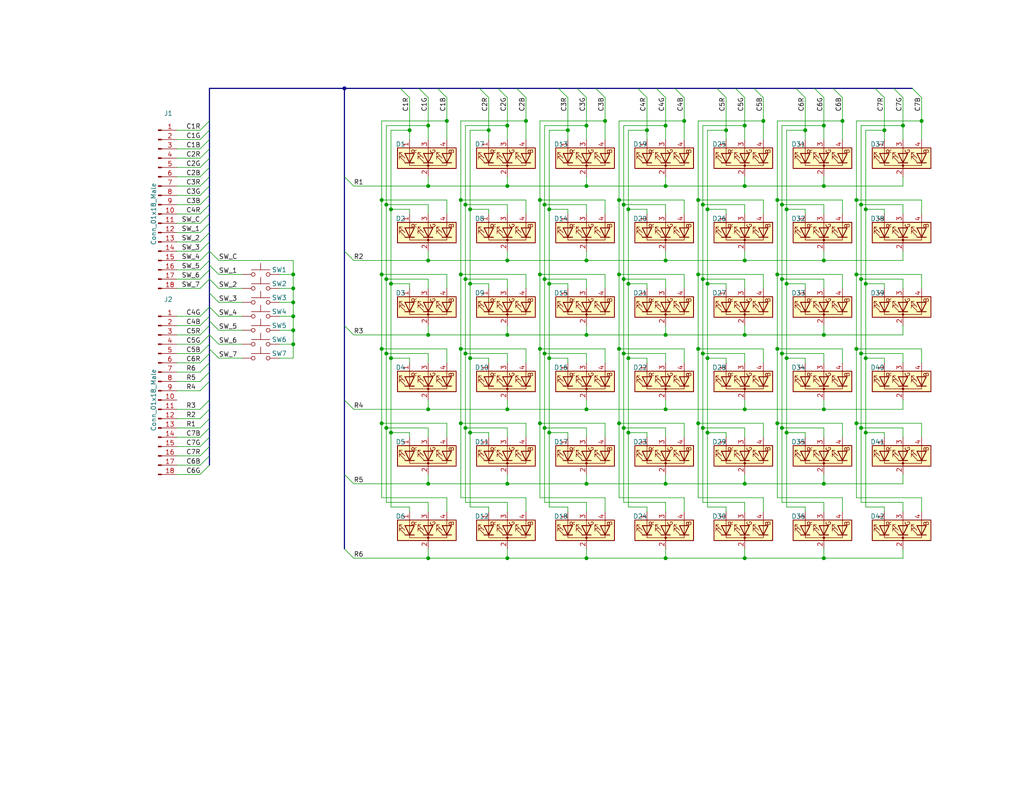
<source format=kicad_sch>
(kicad_sch (version 20210126) (generator eeschema)
  (paper "USLetter")
  (junction (at 80.01 74.93) (diameter 0.9144))
  (junction (at 80.01 78.74) (diameter 0.9144))
  (junction (at 80.01 82.55) (diameter 0.9144))
  (junction (at 80.01 86.36) (diameter 0.9144))
  (junction (at 80.01 90.17) (diameter 0.9144))
  (junction (at 80.01 93.98) (diameter 0.9144))
  (junction (at 104.14 54.61) (diameter 0.9144))
  (junction (at 104.14 74.93) (diameter 0.9144))
  (junction (at 104.14 95.25) (diameter 0.9144))
  (junction (at 104.14 115.57) (diameter 0.9144))
  (junction (at 105.41 55.88) (diameter 0.9144))
  (junction (at 105.41 76.2) (diameter 0.9144))
  (junction (at 105.41 96.52) (diameter 0.9144))
  (junction (at 105.41 116.84) (diameter 0.9144))
  (junction (at 106.68 57.15) (diameter 0.9144))
  (junction (at 106.68 77.47) (diameter 0.9144))
  (junction (at 106.68 97.79) (diameter 0.9144))
  (junction (at 106.68 118.11) (diameter 0.9144))
  (junction (at 111.76 35.56) (diameter 0.9144))
  (junction (at 116.84 34.29) (diameter 0.9144))
  (junction (at 116.84 50.8) (diameter 0.9144))
  (junction (at 116.84 71.12) (diameter 0.9144))
  (junction (at 116.84 91.44) (diameter 0.9144))
  (junction (at 116.84 111.76) (diameter 0.9144))
  (junction (at 116.84 132.08) (diameter 0.9144))
  (junction (at 116.84 152.4) (diameter 0.9144))
  (junction (at 121.92 33.02) (diameter 0.9144))
  (junction (at 125.73 54.61) (diameter 0.9144))
  (junction (at 125.73 74.93) (diameter 0.9144))
  (junction (at 125.73 95.25) (diameter 0.9144))
  (junction (at 125.73 115.57) (diameter 0.9144))
  (junction (at 127 55.88) (diameter 0.9144))
  (junction (at 127 76.2) (diameter 0.9144))
  (junction (at 127 96.52) (diameter 0.9144))
  (junction (at 127 116.84) (diameter 0.9144))
  (junction (at 128.27 57.15) (diameter 0.9144))
  (junction (at 128.27 77.47) (diameter 0.9144))
  (junction (at 128.27 97.79) (diameter 0.9144))
  (junction (at 128.27 118.11) (diameter 0.9144))
  (junction (at 133.35 35.56) (diameter 0.9144))
  (junction (at 138.43 34.29) (diameter 0.9144))
  (junction (at 138.43 50.8) (diameter 0.9144))
  (junction (at 138.43 71.12) (diameter 0.9144))
  (junction (at 138.43 91.44) (diameter 0.9144))
  (junction (at 138.43 111.76) (diameter 0.9144))
  (junction (at 138.43 132.08) (diameter 0.9144))
  (junction (at 138.43 152.4) (diameter 0.9144))
  (junction (at 143.51 33.02) (diameter 0.9144))
  (junction (at 147.32 54.61) (diameter 0.9144))
  (junction (at 147.32 74.93) (diameter 0.9144))
  (junction (at 147.32 95.25) (diameter 0.9144))
  (junction (at 147.32 115.57) (diameter 0.9144))
  (junction (at 148.59 55.88) (diameter 0.9144))
  (junction (at 148.59 76.2) (diameter 0.9144))
  (junction (at 148.59 96.52) (diameter 0.9144))
  (junction (at 148.59 116.84) (diameter 0.9144))
  (junction (at 149.86 57.15) (diameter 0.9144))
  (junction (at 149.86 77.47) (diameter 0.9144))
  (junction (at 149.86 97.79) (diameter 0.9144))
  (junction (at 149.86 118.11) (diameter 0.9144))
  (junction (at 154.94 35.56) (diameter 0.9144))
  (junction (at 160.02 34.29) (diameter 0.9144))
  (junction (at 160.02 50.8) (diameter 0.9144))
  (junction (at 160.02 71.12) (diameter 0.9144))
  (junction (at 160.02 91.44) (diameter 0.9144))
  (junction (at 160.02 111.76) (diameter 0.9144))
  (junction (at 160.02 132.08) (diameter 0.9144))
  (junction (at 160.02 152.4) (diameter 0.9144))
  (junction (at 165.1 33.02) (diameter 0.9144))
  (junction (at 168.91 54.61) (diameter 0.9144))
  (junction (at 168.91 74.93) (diameter 0.9144))
  (junction (at 168.91 95.25) (diameter 0.9144))
  (junction (at 168.91 115.57) (diameter 0.9144))
  (junction (at 170.18 55.88) (diameter 0.9144))
  (junction (at 170.18 76.2) (diameter 0.9144))
  (junction (at 170.18 96.52) (diameter 0.9144))
  (junction (at 170.18 116.84) (diameter 0.9144))
  (junction (at 171.45 57.15) (diameter 0.9144))
  (junction (at 171.45 77.47) (diameter 0.9144))
  (junction (at 171.45 97.79) (diameter 0.9144))
  (junction (at 171.45 118.11) (diameter 0.9144))
  (junction (at 176.53 35.56) (diameter 0.9144))
  (junction (at 181.61 34.29) (diameter 0.9144))
  (junction (at 181.61 50.8) (diameter 0.9144))
  (junction (at 181.61 71.12) (diameter 0.9144))
  (junction (at 181.61 91.44) (diameter 0.9144))
  (junction (at 181.61 111.76) (diameter 0.9144))
  (junction (at 181.61 132.08) (diameter 0.9144))
  (junction (at 181.61 152.4) (diameter 0.9144))
  (junction (at 186.69 33.02) (diameter 0.9144))
  (junction (at 190.5 54.61) (diameter 0.9144))
  (junction (at 190.5 74.93) (diameter 0.9144))
  (junction (at 190.5 95.25) (diameter 0.9144))
  (junction (at 190.5 115.57) (diameter 0.9144))
  (junction (at 191.77 55.88) (diameter 0.9144))
  (junction (at 191.77 76.2) (diameter 0.9144))
  (junction (at 191.77 96.52) (diameter 0.9144))
  (junction (at 191.77 116.84) (diameter 0.9144))
  (junction (at 193.04 57.15) (diameter 0.9144))
  (junction (at 193.04 77.47) (diameter 0.9144))
  (junction (at 193.04 97.79) (diameter 0.9144))
  (junction (at 193.04 118.11) (diameter 0.9144))
  (junction (at 198.12 35.56) (diameter 0.9144))
  (junction (at 203.2 34.29) (diameter 0.9144))
  (junction (at 203.2 50.8) (diameter 0.9144))
  (junction (at 203.2 71.12) (diameter 0.9144))
  (junction (at 203.2 91.44) (diameter 0.9144))
  (junction (at 203.2 111.76) (diameter 0.9144))
  (junction (at 203.2 132.08) (diameter 0.9144))
  (junction (at 203.2 152.4) (diameter 0.9144))
  (junction (at 208.28 33.02) (diameter 0.9144))
  (junction (at 212.09 54.61) (diameter 0.9144))
  (junction (at 212.09 74.93) (diameter 0.9144))
  (junction (at 212.09 95.25) (diameter 0.9144))
  (junction (at 212.09 115.57) (diameter 0.9144))
  (junction (at 213.36 55.88) (diameter 0.9144))
  (junction (at 213.36 76.2) (diameter 0.9144))
  (junction (at 213.36 96.52) (diameter 0.9144))
  (junction (at 213.36 116.84) (diameter 0.9144))
  (junction (at 214.63 57.15) (diameter 0.9144))
  (junction (at 214.63 77.47) (diameter 0.9144))
  (junction (at 214.63 97.79) (diameter 0.9144))
  (junction (at 214.63 118.11) (diameter 0.9144))
  (junction (at 219.71 35.56) (diameter 0.9144))
  (junction (at 224.79 34.29) (diameter 0.9144))
  (junction (at 224.79 50.8) (diameter 0.9144))
  (junction (at 224.79 71.12) (diameter 0.9144))
  (junction (at 224.79 91.44) (diameter 0.9144))
  (junction (at 224.79 111.76) (diameter 0.9144))
  (junction (at 224.79 132.08) (diameter 0.9144))
  (junction (at 224.79 152.4) (diameter 0.9144))
  (junction (at 229.87 33.02) (diameter 0.9144))
  (junction (at 233.68 54.61) (diameter 0.9144))
  (junction (at 233.68 74.93) (diameter 0.9144))
  (junction (at 233.68 95.25) (diameter 0.9144))
  (junction (at 233.68 115.57) (diameter 0.9144))
  (junction (at 234.95 55.88) (diameter 0.9144))
  (junction (at 234.95 76.2) (diameter 0.9144))
  (junction (at 234.95 96.52) (diameter 0.9144))
  (junction (at 234.95 116.84) (diameter 0.9144))
  (junction (at 236.22 57.15) (diameter 0.9144))
  (junction (at 236.22 77.47) (diameter 0.9144))
  (junction (at 236.22 97.79) (diameter 0.9144))
  (junction (at 236.22 118.11) (diameter 0.9144))
  (junction (at 241.3 35.56) (diameter 0.9144))
  (junction (at 246.38 34.29) (diameter 0.9144))
  (junction (at 251.46 33.02) (diameter 0.9144))
  (junction (at 93.98 24.13) (diameter 0.9144))
  (bus_entry (at 57.15 33.02) (size -2.54 2.54) (stroke (width 0.1524)))
  (bus_entry (at 57.15 35.56) (size -2.54 2.54) (stroke (width 0.1524)))
  (bus_entry (at 57.15 38.1) (size -2.54 2.54) (stroke (width 0.1524)))
  (bus_entry (at 57.15 40.64) (size -2.54 2.54) (stroke (width 0.1524)))
  (bus_entry (at 57.15 43.18) (size -2.54 2.54) (stroke (width 0.1524)))
  (bus_entry (at 57.15 45.72) (size -2.54 2.54) (stroke (width 0.1524)))
  (bus_entry (at 57.15 48.26) (size -2.54 2.54) (stroke (width 0.1524)))
  (bus_entry (at 57.15 50.8) (size -2.54 2.54) (stroke (width 0.1524)))
  (bus_entry (at 57.15 53.34) (size -2.54 2.54) (stroke (width 0.1524)))
  (bus_entry (at 57.15 55.88) (size -2.54 2.54) (stroke (width 0.1524)))
  (bus_entry (at 57.15 58.42) (size -2.54 2.54) (stroke (width 0.1524)))
  (bus_entry (at 57.15 60.96) (size -2.54 2.54) (stroke (width 0.1524)))
  (bus_entry (at 57.15 63.5) (size -2.54 2.54) (stroke (width 0.1524)))
  (bus_entry (at 57.15 66.04) (size -2.54 2.54) (stroke (width 0.1524)))
  (bus_entry (at 57.15 68.58) (size -2.54 2.54) (stroke (width 0.1524)))
  (bus_entry (at 57.15 68.58) (size 2.54 2.54) (stroke (width 0.1524)))
  (bus_entry (at 57.15 71.12) (size -2.54 2.54) (stroke (width 0.1524)))
  (bus_entry (at 57.15 72.39) (size 2.54 2.54) (stroke (width 0.1524)))
  (bus_entry (at 57.15 73.66) (size -2.54 2.54) (stroke (width 0.1524)))
  (bus_entry (at 57.15 76.2) (size -2.54 2.54) (stroke (width 0.1524)))
  (bus_entry (at 57.15 76.2) (size 2.54 2.54) (stroke (width 0.1524)))
  (bus_entry (at 57.15 80.01) (size 2.54 2.54) (stroke (width 0.1524)))
  (bus_entry (at 57.15 83.82) (size -2.54 2.54) (stroke (width 0.1524)))
  (bus_entry (at 57.15 83.82) (size 2.54 2.54) (stroke (width 0.1524)))
  (bus_entry (at 57.15 86.36) (size -2.54 2.54) (stroke (width 0.1524)))
  (bus_entry (at 57.15 87.63) (size 2.54 2.54) (stroke (width 0.1524)))
  (bus_entry (at 57.15 88.9) (size -2.54 2.54) (stroke (width 0.1524)))
  (bus_entry (at 57.15 91.44) (size -2.54 2.54) (stroke (width 0.1524)))
  (bus_entry (at 57.15 91.44) (size 2.54 2.54) (stroke (width 0.1524)))
  (bus_entry (at 57.15 93.98) (size -2.54 2.54) (stroke (width 0.1524)))
  (bus_entry (at 57.15 95.25) (size 2.54 2.54) (stroke (width 0.1524)))
  (bus_entry (at 57.15 96.52) (size -2.54 2.54) (stroke (width 0.1524)))
  (bus_entry (at 57.15 99.06) (size -2.54 2.54) (stroke (width 0.1524)))
  (bus_entry (at 57.15 101.6) (size -2.54 2.54) (stroke (width 0.1524)))
  (bus_entry (at 57.15 104.14) (size -2.54 2.54) (stroke (width 0.1524)))
  (bus_entry (at 57.15 109.22) (size -2.54 2.54) (stroke (width 0.1524)))
  (bus_entry (at 57.15 111.76) (size -2.54 2.54) (stroke (width 0.1524)))
  (bus_entry (at 57.15 114.3) (size -2.54 2.54) (stroke (width 0.1524)))
  (bus_entry (at 57.15 116.84) (size -2.54 2.54) (stroke (width 0.1524)))
  (bus_entry (at 57.15 119.38) (size -2.54 2.54) (stroke (width 0.1524)))
  (bus_entry (at 57.15 121.92) (size -2.54 2.54) (stroke (width 0.1524)))
  (bus_entry (at 57.15 124.46) (size -2.54 2.54) (stroke (width 0.1524)))
  (bus_entry (at 57.15 127) (size -2.54 2.54) (stroke (width 0.1524)))
  (bus_entry (at 93.98 48.26) (size 2.54 2.54) (stroke (width 0.1524)))
  (bus_entry (at 93.98 68.58) (size 2.54 2.54) (stroke (width 0.1524)))
  (bus_entry (at 93.98 88.9) (size 2.54 2.54) (stroke (width 0.1524)))
  (bus_entry (at 93.98 109.22) (size 2.54 2.54) (stroke (width 0.1524)))
  (bus_entry (at 93.98 129.54) (size 2.54 2.54) (stroke (width 0.1524)))
  (bus_entry (at 93.98 149.86) (size 2.54 2.54) (stroke (width 0.1524)))
  (bus_entry (at 109.22 24.13) (size 2.54 2.54) (stroke (width 0.1524)))
  (bus_entry (at 114.3 24.13) (size 2.54 2.54) (stroke (width 0.1524)))
  (bus_entry (at 119.38 24.13) (size 2.54 2.54) (stroke (width 0.1524)))
  (bus_entry (at 130.81 24.13) (size 2.54 2.54) (stroke (width 0.1524)))
  (bus_entry (at 135.89 24.13) (size 2.54 2.54) (stroke (width 0.1524)))
  (bus_entry (at 140.97 24.13) (size 2.54 2.54) (stroke (width 0.1524)))
  (bus_entry (at 152.4 24.13) (size 2.54 2.54) (stroke (width 0.1524)))
  (bus_entry (at 157.48 24.13) (size 2.54 2.54) (stroke (width 0.1524)))
  (bus_entry (at 162.56 24.13) (size 2.54 2.54) (stroke (width 0.1524)))
  (bus_entry (at 173.99 24.13) (size 2.54 2.54) (stroke (width 0.1524)))
  (bus_entry (at 179.07 24.13) (size 2.54 2.54) (stroke (width 0.1524)))
  (bus_entry (at 184.15 24.13) (size 2.54 2.54) (stroke (width 0.1524)))
  (bus_entry (at 195.58 24.13) (size 2.54 2.54) (stroke (width 0.1524)))
  (bus_entry (at 200.66 24.13) (size 2.54 2.54) (stroke (width 0.1524)))
  (bus_entry (at 205.74 24.13) (size 2.54 2.54) (stroke (width 0.1524)))
  (bus_entry (at 217.17 24.13) (size 2.54 2.54) (stroke (width 0.1524)))
  (bus_entry (at 222.25 24.13) (size 2.54 2.54) (stroke (width 0.1524)))
  (bus_entry (at 227.33 24.13) (size 2.54 2.54) (stroke (width 0.1524)))
  (bus_entry (at 238.76 24.13) (size 2.54 2.54) (stroke (width 0.1524)))
  (bus_entry (at 243.84 24.13) (size 2.54 2.54) (stroke (width 0.1524)))
  (bus_entry (at 248.92 24.13) (size 2.54 2.54) (stroke (width 0.1524)))
  (wire (pts (xy 48.26 35.56) (xy 54.61 35.56)))
  (wire (pts (xy 48.26 38.1) (xy 54.61 38.1)))
  (wire (pts (xy 48.26 43.18) (xy 54.61 43.18)))
  (wire (pts (xy 48.26 45.72) (xy 54.61 45.72)))
  (wire (pts (xy 48.26 50.8) (xy 54.61 50.8)))
  (wire (pts (xy 48.26 53.34) (xy 54.61 53.34)))
  (wire (pts (xy 48.26 58.42) (xy 54.61 58.42)))
  (wire (pts (xy 48.26 60.96) (xy 54.61 60.96)))
  (wire (pts (xy 48.26 63.5) (xy 54.61 63.5)))
  (wire (pts (xy 48.26 66.04) (xy 54.61 66.04)))
  (wire (pts (xy 48.26 68.58) (xy 54.61 68.58)))
  (wire (pts (xy 48.26 71.12) (xy 54.61 71.12)))
  (wire (pts (xy 48.26 73.66) (xy 54.61 73.66)))
  (wire (pts (xy 48.26 76.2) (xy 54.61 76.2)))
  (wire (pts (xy 48.26 78.74) (xy 54.61 78.74)))
  (wire (pts (xy 48.26 86.36) (xy 54.61 86.36)))
  (wire (pts (xy 48.26 91.44) (xy 54.61 91.44)))
  (wire (pts (xy 48.26 93.98) (xy 54.61 93.98)))
  (wire (pts (xy 48.26 99.06) (xy 54.61 99.06)))
  (wire (pts (xy 48.26 101.6) (xy 54.61 101.6)))
  (wire (pts (xy 48.26 104.14) (xy 54.61 104.14)))
  (wire (pts (xy 48.26 106.68) (xy 54.61 106.68)))
  (wire (pts (xy 48.26 111.76) (xy 54.61 111.76)))
  (wire (pts (xy 48.26 114.3) (xy 54.61 114.3)))
  (wire (pts (xy 48.26 116.84) (xy 54.61 116.84)))
  (wire (pts (xy 48.26 119.38) (xy 54.61 119.38)))
  (wire (pts (xy 48.26 127) (xy 54.61 127)))
  (wire (pts (xy 48.26 129.54) (xy 54.61 129.54)))
  (wire (pts (xy 54.61 40.64) (xy 48.26 40.64)))
  (wire (pts (xy 54.61 48.26) (xy 48.26 48.26)))
  (wire (pts (xy 54.61 55.88) (xy 48.26 55.88)))
  (wire (pts (xy 54.61 88.9) (xy 48.26 88.9)))
  (wire (pts (xy 54.61 96.52) (xy 48.26 96.52)))
  (wire (pts (xy 54.61 121.92) (xy 48.26 121.92)))
  (wire (pts (xy 54.61 124.46) (xy 48.26 124.46)))
  (wire (pts (xy 59.69 71.12) (xy 80.01 71.12)))
  (wire (pts (xy 59.69 78.74) (xy 66.04 78.74)))
  (wire (pts (xy 59.69 86.36) (xy 66.04 86.36)))
  (wire (pts (xy 59.69 93.98) (xy 66.04 93.98)))
  (wire (pts (xy 66.04 74.93) (xy 59.69 74.93)))
  (wire (pts (xy 66.04 82.55) (xy 59.69 82.55)))
  (wire (pts (xy 66.04 90.17) (xy 59.69 90.17)))
  (wire (pts (xy 66.04 97.79) (xy 59.69 97.79)))
  (wire (pts (xy 76.2 74.93) (xy 80.01 74.93)))
  (wire (pts (xy 76.2 82.55) (xy 80.01 82.55)))
  (wire (pts (xy 76.2 86.36) (xy 80.01 86.36)))
  (wire (pts (xy 76.2 90.17) (xy 80.01 90.17)))
  (wire (pts (xy 76.2 93.98) (xy 80.01 93.98)))
  (wire (pts (xy 76.2 97.79) (xy 80.01 97.79)))
  (wire (pts (xy 80.01 71.12) (xy 80.01 74.93)))
  (wire (pts (xy 80.01 74.93) (xy 80.01 78.74)))
  (wire (pts (xy 80.01 78.74) (xy 76.2 78.74)))
  (wire (pts (xy 80.01 82.55) (xy 80.01 78.74)))
  (wire (pts (xy 80.01 86.36) (xy 80.01 82.55)))
  (wire (pts (xy 80.01 90.17) (xy 80.01 86.36)))
  (wire (pts (xy 80.01 93.98) (xy 80.01 90.17)))
  (wire (pts (xy 80.01 97.79) (xy 80.01 93.98)))
  (wire (pts (xy 96.52 50.8) (xy 116.84 50.8)))
  (wire (pts (xy 96.52 71.12) (xy 116.84 71.12)))
  (wire (pts (xy 96.52 91.44) (xy 116.84 91.44)))
  (wire (pts (xy 96.52 111.76) (xy 116.84 111.76)))
  (wire (pts (xy 96.52 132.08) (xy 116.84 132.08)))
  (wire (pts (xy 96.52 152.4) (xy 116.84 152.4)))
  (wire (pts (xy 104.14 33.02) (xy 121.92 33.02)))
  (wire (pts (xy 104.14 54.61) (xy 104.14 33.02)))
  (wire (pts (xy 104.14 74.93) (xy 104.14 54.61)))
  (wire (pts (xy 104.14 95.25) (xy 104.14 74.93)))
  (wire (pts (xy 104.14 115.57) (xy 104.14 95.25)))
  (wire (pts (xy 104.14 135.89) (xy 104.14 115.57)))
  (wire (pts (xy 105.41 34.29) (xy 105.41 55.88)))
  (wire (pts (xy 105.41 55.88) (xy 105.41 76.2)))
  (wire (pts (xy 105.41 55.88) (xy 116.84 55.88)))
  (wire (pts (xy 105.41 76.2) (xy 105.41 96.52)))
  (wire (pts (xy 105.41 76.2) (xy 116.84 76.2)))
  (wire (pts (xy 105.41 96.52) (xy 105.41 116.84)))
  (wire (pts (xy 105.41 96.52) (xy 116.84 96.52)))
  (wire (pts (xy 105.41 116.84) (xy 105.41 137.16)))
  (wire (pts (xy 105.41 116.84) (xy 116.84 116.84)))
  (wire (pts (xy 105.41 137.16) (xy 116.84 137.16)))
  (wire (pts (xy 106.68 35.56) (xy 106.68 57.15)))
  (wire (pts (xy 106.68 57.15) (xy 106.68 77.47)))
  (wire (pts (xy 106.68 57.15) (xy 111.76 57.15)))
  (wire (pts (xy 106.68 77.47) (xy 106.68 97.79)))
  (wire (pts (xy 106.68 77.47) (xy 111.76 77.47)))
  (wire (pts (xy 106.68 97.79) (xy 106.68 118.11)))
  (wire (pts (xy 106.68 97.79) (xy 111.76 97.79)))
  (wire (pts (xy 106.68 118.11) (xy 106.68 138.43)))
  (wire (pts (xy 106.68 118.11) (xy 111.76 118.11)))
  (wire (pts (xy 106.68 138.43) (xy 111.76 138.43)))
  (wire (pts (xy 111.76 26.67) (xy 111.76 35.56)))
  (wire (pts (xy 111.76 35.56) (xy 106.68 35.56)))
  (wire (pts (xy 111.76 35.56) (xy 111.76 38.1)))
  (wire (pts (xy 111.76 57.15) (xy 111.76 58.42)))
  (wire (pts (xy 111.76 77.47) (xy 111.76 78.74)))
  (wire (pts (xy 111.76 97.79) (xy 111.76 99.06)))
  (wire (pts (xy 111.76 118.11) (xy 111.76 119.38)))
  (wire (pts (xy 111.76 138.43) (xy 111.76 139.7)))
  (wire (pts (xy 116.84 26.67) (xy 116.84 34.29)))
  (wire (pts (xy 116.84 34.29) (xy 105.41 34.29)))
  (wire (pts (xy 116.84 34.29) (xy 116.84 38.1)))
  (wire (pts (xy 116.84 50.8) (xy 116.84 48.26)))
  (wire (pts (xy 116.84 50.8) (xy 138.43 50.8)))
  (wire (pts (xy 116.84 55.88) (xy 116.84 58.42)))
  (wire (pts (xy 116.84 71.12) (xy 116.84 68.58)))
  (wire (pts (xy 116.84 71.12) (xy 138.43 71.12)))
  (wire (pts (xy 116.84 76.2) (xy 116.84 78.74)))
  (wire (pts (xy 116.84 91.44) (xy 116.84 88.9)))
  (wire (pts (xy 116.84 96.52) (xy 116.84 99.06)))
  (wire (pts (xy 116.84 111.76) (xy 116.84 109.22)))
  (wire (pts (xy 116.84 111.76) (xy 138.43 111.76)))
  (wire (pts (xy 116.84 116.84) (xy 116.84 119.38)))
  (wire (pts (xy 116.84 132.08) (xy 116.84 129.54)))
  (wire (pts (xy 116.84 137.16) (xy 116.84 139.7)))
  (wire (pts (xy 116.84 152.4) (xy 116.84 149.86)))
  (wire (pts (xy 116.84 152.4) (xy 138.43 152.4)))
  (wire (pts (xy 121.92 26.67) (xy 121.92 33.02)))
  (wire (pts (xy 121.92 33.02) (xy 121.92 38.1)))
  (wire (pts (xy 121.92 54.61) (xy 104.14 54.61)))
  (wire (pts (xy 121.92 58.42) (xy 121.92 54.61)))
  (wire (pts (xy 121.92 74.93) (xy 104.14 74.93)))
  (wire (pts (xy 121.92 78.74) (xy 121.92 74.93)))
  (wire (pts (xy 121.92 95.25) (xy 104.14 95.25)))
  (wire (pts (xy 121.92 99.06) (xy 121.92 95.25)))
  (wire (pts (xy 121.92 115.57) (xy 104.14 115.57)))
  (wire (pts (xy 121.92 119.38) (xy 121.92 115.57)))
  (wire (pts (xy 121.92 135.89) (xy 104.14 135.89)))
  (wire (pts (xy 121.92 139.7) (xy 121.92 135.89)))
  (wire (pts (xy 125.73 33.02) (xy 143.51 33.02)))
  (wire (pts (xy 125.73 54.61) (xy 125.73 33.02)))
  (wire (pts (xy 125.73 74.93) (xy 125.73 54.61)))
  (wire (pts (xy 125.73 95.25) (xy 125.73 74.93)))
  (wire (pts (xy 125.73 115.57) (xy 125.73 95.25)))
  (wire (pts (xy 125.73 135.89) (xy 125.73 115.57)))
  (wire (pts (xy 127 34.29) (xy 127 55.88)))
  (wire (pts (xy 127 55.88) (xy 127 76.2)))
  (wire (pts (xy 127 55.88) (xy 138.43 55.88)))
  (wire (pts (xy 127 76.2) (xy 127 96.52)))
  (wire (pts (xy 127 76.2) (xy 138.43 76.2)))
  (wire (pts (xy 127 96.52) (xy 127 116.84)))
  (wire (pts (xy 127 96.52) (xy 138.43 96.52)))
  (wire (pts (xy 127 116.84) (xy 127 137.16)))
  (wire (pts (xy 127 116.84) (xy 138.43 116.84)))
  (wire (pts (xy 127 137.16) (xy 138.43 137.16)))
  (wire (pts (xy 128.27 35.56) (xy 128.27 57.15)))
  (wire (pts (xy 128.27 57.15) (xy 128.27 77.47)))
  (wire (pts (xy 128.27 57.15) (xy 133.35 57.15)))
  (wire (pts (xy 128.27 77.47) (xy 128.27 97.79)))
  (wire (pts (xy 128.27 77.47) (xy 133.35 77.47)))
  (wire (pts (xy 128.27 97.79) (xy 128.27 118.11)))
  (wire (pts (xy 128.27 97.79) (xy 133.35 97.79)))
  (wire (pts (xy 128.27 118.11) (xy 128.27 138.43)))
  (wire (pts (xy 128.27 118.11) (xy 133.35 118.11)))
  (wire (pts (xy 128.27 138.43) (xy 133.35 138.43)))
  (wire (pts (xy 133.35 26.67) (xy 133.35 35.56)))
  (wire (pts (xy 133.35 35.56) (xy 128.27 35.56)))
  (wire (pts (xy 133.35 35.56) (xy 133.35 38.1)))
  (wire (pts (xy 133.35 57.15) (xy 133.35 58.42)))
  (wire (pts (xy 133.35 77.47) (xy 133.35 78.74)))
  (wire (pts (xy 133.35 97.79) (xy 133.35 99.06)))
  (wire (pts (xy 133.35 118.11) (xy 133.35 119.38)))
  (wire (pts (xy 133.35 138.43) (xy 133.35 139.7)))
  (wire (pts (xy 138.43 26.67) (xy 138.43 34.29)))
  (wire (pts (xy 138.43 34.29) (xy 127 34.29)))
  (wire (pts (xy 138.43 34.29) (xy 138.43 38.1)))
  (wire (pts (xy 138.43 50.8) (xy 138.43 48.26)))
  (wire (pts (xy 138.43 50.8) (xy 160.02 50.8)))
  (wire (pts (xy 138.43 55.88) (xy 138.43 58.42)))
  (wire (pts (xy 138.43 71.12) (xy 138.43 68.58)))
  (wire (pts (xy 138.43 71.12) (xy 160.02 71.12)))
  (wire (pts (xy 138.43 76.2) (xy 138.43 78.74)))
  (wire (pts (xy 138.43 91.44) (xy 116.84 91.44)))
  (wire (pts (xy 138.43 91.44) (xy 138.43 88.9)))
  (wire (pts (xy 138.43 96.52) (xy 138.43 99.06)))
  (wire (pts (xy 138.43 111.76) (xy 138.43 109.22)))
  (wire (pts (xy 138.43 111.76) (xy 160.02 111.76)))
  (wire (pts (xy 138.43 116.84) (xy 138.43 119.38)))
  (wire (pts (xy 138.43 132.08) (xy 116.84 132.08)))
  (wire (pts (xy 138.43 132.08) (xy 138.43 129.54)))
  (wire (pts (xy 138.43 137.16) (xy 138.43 139.7)))
  (wire (pts (xy 138.43 152.4) (xy 138.43 149.86)))
  (wire (pts (xy 138.43 152.4) (xy 160.02 152.4)))
  (wire (pts (xy 143.51 26.67) (xy 143.51 33.02)))
  (wire (pts (xy 143.51 33.02) (xy 143.51 38.1)))
  (wire (pts (xy 143.51 54.61) (xy 125.73 54.61)))
  (wire (pts (xy 143.51 58.42) (xy 143.51 54.61)))
  (wire (pts (xy 143.51 74.93) (xy 125.73 74.93)))
  (wire (pts (xy 143.51 78.74) (xy 143.51 74.93)))
  (wire (pts (xy 143.51 95.25) (xy 125.73 95.25)))
  (wire (pts (xy 143.51 99.06) (xy 143.51 95.25)))
  (wire (pts (xy 143.51 115.57) (xy 125.73 115.57)))
  (wire (pts (xy 143.51 119.38) (xy 143.51 115.57)))
  (wire (pts (xy 143.51 135.89) (xy 125.73 135.89)))
  (wire (pts (xy 143.51 139.7) (xy 143.51 135.89)))
  (wire (pts (xy 147.32 33.02) (xy 165.1 33.02)))
  (wire (pts (xy 147.32 54.61) (xy 147.32 33.02)))
  (wire (pts (xy 147.32 74.93) (xy 147.32 54.61)))
  (wire (pts (xy 147.32 95.25) (xy 147.32 74.93)))
  (wire (pts (xy 147.32 115.57) (xy 147.32 95.25)))
  (wire (pts (xy 147.32 135.89) (xy 147.32 115.57)))
  (wire (pts (xy 148.59 34.29) (xy 148.59 55.88)))
  (wire (pts (xy 148.59 55.88) (xy 148.59 76.2)))
  (wire (pts (xy 148.59 55.88) (xy 160.02 55.88)))
  (wire (pts (xy 148.59 76.2) (xy 148.59 96.52)))
  (wire (pts (xy 148.59 76.2) (xy 160.02 76.2)))
  (wire (pts (xy 148.59 96.52) (xy 148.59 116.84)))
  (wire (pts (xy 148.59 96.52) (xy 160.02 96.52)))
  (wire (pts (xy 148.59 116.84) (xy 148.59 137.16)))
  (wire (pts (xy 148.59 116.84) (xy 160.02 116.84)))
  (wire (pts (xy 148.59 137.16) (xy 160.02 137.16)))
  (wire (pts (xy 149.86 35.56) (xy 149.86 57.15)))
  (wire (pts (xy 149.86 57.15) (xy 149.86 77.47)))
  (wire (pts (xy 149.86 57.15) (xy 154.94 57.15)))
  (wire (pts (xy 149.86 77.47) (xy 149.86 97.79)))
  (wire (pts (xy 149.86 77.47) (xy 154.94 77.47)))
  (wire (pts (xy 149.86 97.79) (xy 149.86 118.11)))
  (wire (pts (xy 149.86 97.79) (xy 154.94 97.79)))
  (wire (pts (xy 149.86 118.11) (xy 149.86 138.43)))
  (wire (pts (xy 149.86 118.11) (xy 154.94 118.11)))
  (wire (pts (xy 149.86 138.43) (xy 154.94 138.43)))
  (wire (pts (xy 154.94 26.67) (xy 154.94 35.56)))
  (wire (pts (xy 154.94 35.56) (xy 149.86 35.56)))
  (wire (pts (xy 154.94 35.56) (xy 154.94 38.1)))
  (wire (pts (xy 154.94 57.15) (xy 154.94 58.42)))
  (wire (pts (xy 154.94 77.47) (xy 154.94 78.74)))
  (wire (pts (xy 154.94 97.79) (xy 154.94 99.06)))
  (wire (pts (xy 154.94 118.11) (xy 154.94 119.38)))
  (wire (pts (xy 154.94 138.43) (xy 154.94 139.7)))
  (wire (pts (xy 160.02 26.67) (xy 160.02 34.29)))
  (wire (pts (xy 160.02 34.29) (xy 148.59 34.29)))
  (wire (pts (xy 160.02 34.29) (xy 160.02 38.1)))
  (wire (pts (xy 160.02 50.8) (xy 160.02 48.26)))
  (wire (pts (xy 160.02 50.8) (xy 181.61 50.8)))
  (wire (pts (xy 160.02 55.88) (xy 160.02 58.42)))
  (wire (pts (xy 160.02 71.12) (xy 160.02 68.58)))
  (wire (pts (xy 160.02 71.12) (xy 181.61 71.12)))
  (wire (pts (xy 160.02 76.2) (xy 160.02 78.74)))
  (wire (pts (xy 160.02 91.44) (xy 138.43 91.44)))
  (wire (pts (xy 160.02 91.44) (xy 160.02 88.9)))
  (wire (pts (xy 160.02 96.52) (xy 160.02 99.06)))
  (wire (pts (xy 160.02 111.76) (xy 160.02 109.22)))
  (wire (pts (xy 160.02 111.76) (xy 181.61 111.76)))
  (wire (pts (xy 160.02 116.84) (xy 160.02 119.38)))
  (wire (pts (xy 160.02 132.08) (xy 138.43 132.08)))
  (wire (pts (xy 160.02 132.08) (xy 160.02 129.54)))
  (wire (pts (xy 160.02 137.16) (xy 160.02 139.7)))
  (wire (pts (xy 160.02 152.4) (xy 160.02 149.86)))
  (wire (pts (xy 160.02 152.4) (xy 181.61 152.4)))
  (wire (pts (xy 165.1 26.67) (xy 165.1 33.02)))
  (wire (pts (xy 165.1 33.02) (xy 165.1 38.1)))
  (wire (pts (xy 165.1 54.61) (xy 147.32 54.61)))
  (wire (pts (xy 165.1 58.42) (xy 165.1 54.61)))
  (wire (pts (xy 165.1 74.93) (xy 147.32 74.93)))
  (wire (pts (xy 165.1 78.74) (xy 165.1 74.93)))
  (wire (pts (xy 165.1 95.25) (xy 147.32 95.25)))
  (wire (pts (xy 165.1 99.06) (xy 165.1 95.25)))
  (wire (pts (xy 165.1 115.57) (xy 147.32 115.57)))
  (wire (pts (xy 165.1 119.38) (xy 165.1 115.57)))
  (wire (pts (xy 165.1 135.89) (xy 147.32 135.89)))
  (wire (pts (xy 165.1 139.7) (xy 165.1 135.89)))
  (wire (pts (xy 168.91 33.02) (xy 186.69 33.02)))
  (wire (pts (xy 168.91 54.61) (xy 168.91 33.02)))
  (wire (pts (xy 168.91 74.93) (xy 168.91 54.61)))
  (wire (pts (xy 168.91 95.25) (xy 168.91 74.93)))
  (wire (pts (xy 168.91 115.57) (xy 168.91 95.25)))
  (wire (pts (xy 168.91 135.89) (xy 168.91 115.57)))
  (wire (pts (xy 170.18 34.29) (xy 170.18 55.88)))
  (wire (pts (xy 170.18 55.88) (xy 170.18 76.2)))
  (wire (pts (xy 170.18 55.88) (xy 181.61 55.88)))
  (wire (pts (xy 170.18 76.2) (xy 170.18 96.52)))
  (wire (pts (xy 170.18 76.2) (xy 181.61 76.2)))
  (wire (pts (xy 170.18 96.52) (xy 170.18 116.84)))
  (wire (pts (xy 170.18 96.52) (xy 181.61 96.52)))
  (wire (pts (xy 170.18 116.84) (xy 170.18 137.16)))
  (wire (pts (xy 170.18 116.84) (xy 181.61 116.84)))
  (wire (pts (xy 170.18 137.16) (xy 181.61 137.16)))
  (wire (pts (xy 171.45 35.56) (xy 171.45 57.15)))
  (wire (pts (xy 171.45 57.15) (xy 171.45 77.47)))
  (wire (pts (xy 171.45 57.15) (xy 176.53 57.15)))
  (wire (pts (xy 171.45 77.47) (xy 171.45 97.79)))
  (wire (pts (xy 171.45 77.47) (xy 176.53 77.47)))
  (wire (pts (xy 171.45 97.79) (xy 171.45 118.11)))
  (wire (pts (xy 171.45 97.79) (xy 176.53 97.79)))
  (wire (pts (xy 171.45 118.11) (xy 171.45 138.43)))
  (wire (pts (xy 171.45 118.11) (xy 176.53 118.11)))
  (wire (pts (xy 171.45 138.43) (xy 176.53 138.43)))
  (wire (pts (xy 176.53 26.67) (xy 176.53 35.56)))
  (wire (pts (xy 176.53 35.56) (xy 171.45 35.56)))
  (wire (pts (xy 176.53 35.56) (xy 176.53 38.1)))
  (wire (pts (xy 176.53 57.15) (xy 176.53 58.42)))
  (wire (pts (xy 176.53 77.47) (xy 176.53 78.74)))
  (wire (pts (xy 176.53 97.79) (xy 176.53 99.06)))
  (wire (pts (xy 176.53 118.11) (xy 176.53 119.38)))
  (wire (pts (xy 176.53 138.43) (xy 176.53 139.7)))
  (wire (pts (xy 181.61 26.67) (xy 181.61 34.29)))
  (wire (pts (xy 181.61 34.29) (xy 170.18 34.29)))
  (wire (pts (xy 181.61 34.29) (xy 181.61 38.1)))
  (wire (pts (xy 181.61 50.8) (xy 181.61 48.26)))
  (wire (pts (xy 181.61 50.8) (xy 203.2 50.8)))
  (wire (pts (xy 181.61 55.88) (xy 181.61 58.42)))
  (wire (pts (xy 181.61 71.12) (xy 181.61 68.58)))
  (wire (pts (xy 181.61 71.12) (xy 203.2 71.12)))
  (wire (pts (xy 181.61 76.2) (xy 181.61 78.74)))
  (wire (pts (xy 181.61 91.44) (xy 160.02 91.44)))
  (wire (pts (xy 181.61 91.44) (xy 181.61 88.9)))
  (wire (pts (xy 181.61 96.52) (xy 181.61 99.06)))
  (wire (pts (xy 181.61 111.76) (xy 181.61 109.22)))
  (wire (pts (xy 181.61 111.76) (xy 203.2 111.76)))
  (wire (pts (xy 181.61 116.84) (xy 181.61 119.38)))
  (wire (pts (xy 181.61 132.08) (xy 160.02 132.08)))
  (wire (pts (xy 181.61 132.08) (xy 181.61 129.54)))
  (wire (pts (xy 181.61 137.16) (xy 181.61 139.7)))
  (wire (pts (xy 181.61 152.4) (xy 181.61 149.86)))
  (wire (pts (xy 181.61 152.4) (xy 203.2 152.4)))
  (wire (pts (xy 186.69 26.67) (xy 186.69 33.02)))
  (wire (pts (xy 186.69 33.02) (xy 186.69 38.1)))
  (wire (pts (xy 186.69 54.61) (xy 168.91 54.61)))
  (wire (pts (xy 186.69 58.42) (xy 186.69 54.61)))
  (wire (pts (xy 186.69 74.93) (xy 168.91 74.93)))
  (wire (pts (xy 186.69 78.74) (xy 186.69 74.93)))
  (wire (pts (xy 186.69 95.25) (xy 168.91 95.25)))
  (wire (pts (xy 186.69 99.06) (xy 186.69 95.25)))
  (wire (pts (xy 186.69 115.57) (xy 168.91 115.57)))
  (wire (pts (xy 186.69 119.38) (xy 186.69 115.57)))
  (wire (pts (xy 186.69 135.89) (xy 168.91 135.89)))
  (wire (pts (xy 186.69 139.7) (xy 186.69 135.89)))
  (wire (pts (xy 190.5 33.02) (xy 208.28 33.02)))
  (wire (pts (xy 190.5 54.61) (xy 190.5 33.02)))
  (wire (pts (xy 190.5 74.93) (xy 190.5 54.61)))
  (wire (pts (xy 190.5 95.25) (xy 190.5 74.93)))
  (wire (pts (xy 190.5 115.57) (xy 190.5 95.25)))
  (wire (pts (xy 190.5 135.89) (xy 190.5 115.57)))
  (wire (pts (xy 191.77 34.29) (xy 191.77 55.88)))
  (wire (pts (xy 191.77 55.88) (xy 191.77 76.2)))
  (wire (pts (xy 191.77 55.88) (xy 203.2 55.88)))
  (wire (pts (xy 191.77 76.2) (xy 191.77 96.52)))
  (wire (pts (xy 191.77 76.2) (xy 203.2 76.2)))
  (wire (pts (xy 191.77 96.52) (xy 191.77 116.84)))
  (wire (pts (xy 191.77 96.52) (xy 203.2 96.52)))
  (wire (pts (xy 191.77 116.84) (xy 191.77 137.16)))
  (wire (pts (xy 191.77 116.84) (xy 203.2 116.84)))
  (wire (pts (xy 191.77 137.16) (xy 203.2 137.16)))
  (wire (pts (xy 193.04 35.56) (xy 193.04 57.15)))
  (wire (pts (xy 193.04 57.15) (xy 193.04 77.47)))
  (wire (pts (xy 193.04 57.15) (xy 198.12 57.15)))
  (wire (pts (xy 193.04 77.47) (xy 193.04 97.79)))
  (wire (pts (xy 193.04 77.47) (xy 198.12 77.47)))
  (wire (pts (xy 193.04 97.79) (xy 193.04 118.11)))
  (wire (pts (xy 193.04 97.79) (xy 198.12 97.79)))
  (wire (pts (xy 193.04 118.11) (xy 193.04 138.43)))
  (wire (pts (xy 193.04 118.11) (xy 198.12 118.11)))
  (wire (pts (xy 193.04 138.43) (xy 198.12 138.43)))
  (wire (pts (xy 198.12 26.67) (xy 198.12 35.56)))
  (wire (pts (xy 198.12 35.56) (xy 193.04 35.56)))
  (wire (pts (xy 198.12 35.56) (xy 198.12 38.1)))
  (wire (pts (xy 198.12 57.15) (xy 198.12 58.42)))
  (wire (pts (xy 198.12 77.47) (xy 198.12 78.74)))
  (wire (pts (xy 198.12 97.79) (xy 198.12 99.06)))
  (wire (pts (xy 198.12 118.11) (xy 198.12 119.38)))
  (wire (pts (xy 198.12 138.43) (xy 198.12 139.7)))
  (wire (pts (xy 203.2 26.67) (xy 203.2 34.29)))
  (wire (pts (xy 203.2 34.29) (xy 191.77 34.29)))
  (wire (pts (xy 203.2 34.29) (xy 203.2 38.1)))
  (wire (pts (xy 203.2 50.8) (xy 203.2 48.26)))
  (wire (pts (xy 203.2 50.8) (xy 224.79 50.8)))
  (wire (pts (xy 203.2 55.88) (xy 203.2 58.42)))
  (wire (pts (xy 203.2 71.12) (xy 203.2 68.58)))
  (wire (pts (xy 203.2 71.12) (xy 224.79 71.12)))
  (wire (pts (xy 203.2 76.2) (xy 203.2 78.74)))
  (wire (pts (xy 203.2 91.44) (xy 181.61 91.44)))
  (wire (pts (xy 203.2 91.44) (xy 203.2 88.9)))
  (wire (pts (xy 203.2 96.52) (xy 203.2 99.06)))
  (wire (pts (xy 203.2 111.76) (xy 203.2 109.22)))
  (wire (pts (xy 203.2 111.76) (xy 224.79 111.76)))
  (wire (pts (xy 203.2 116.84) (xy 203.2 119.38)))
  (wire (pts (xy 203.2 132.08) (xy 181.61 132.08)))
  (wire (pts (xy 203.2 132.08) (xy 203.2 129.54)))
  (wire (pts (xy 203.2 137.16) (xy 203.2 139.7)))
  (wire (pts (xy 203.2 152.4) (xy 203.2 149.86)))
  (wire (pts (xy 203.2 152.4) (xy 224.79 152.4)))
  (wire (pts (xy 208.28 26.67) (xy 208.28 33.02)))
  (wire (pts (xy 208.28 33.02) (xy 208.28 38.1)))
  (wire (pts (xy 208.28 54.61) (xy 190.5 54.61)))
  (wire (pts (xy 208.28 58.42) (xy 208.28 54.61)))
  (wire (pts (xy 208.28 74.93) (xy 190.5 74.93)))
  (wire (pts (xy 208.28 78.74) (xy 208.28 74.93)))
  (wire (pts (xy 208.28 95.25) (xy 190.5 95.25)))
  (wire (pts (xy 208.28 99.06) (xy 208.28 95.25)))
  (wire (pts (xy 208.28 115.57) (xy 190.5 115.57)))
  (wire (pts (xy 208.28 119.38) (xy 208.28 115.57)))
  (wire (pts (xy 208.28 135.89) (xy 190.5 135.89)))
  (wire (pts (xy 208.28 139.7) (xy 208.28 135.89)))
  (wire (pts (xy 212.09 33.02) (xy 229.87 33.02)))
  (wire (pts (xy 212.09 54.61) (xy 212.09 33.02)))
  (wire (pts (xy 212.09 74.93) (xy 212.09 54.61)))
  (wire (pts (xy 212.09 95.25) (xy 212.09 74.93)))
  (wire (pts (xy 212.09 115.57) (xy 212.09 95.25)))
  (wire (pts (xy 212.09 135.89) (xy 212.09 115.57)))
  (wire (pts (xy 213.36 34.29) (xy 213.36 55.88)))
  (wire (pts (xy 213.36 55.88) (xy 213.36 76.2)))
  (wire (pts (xy 213.36 55.88) (xy 224.79 55.88)))
  (wire (pts (xy 213.36 76.2) (xy 213.36 96.52)))
  (wire (pts (xy 213.36 76.2) (xy 224.79 76.2)))
  (wire (pts (xy 213.36 96.52) (xy 213.36 116.84)))
  (wire (pts (xy 213.36 96.52) (xy 224.79 96.52)))
  (wire (pts (xy 213.36 116.84) (xy 213.36 137.16)))
  (wire (pts (xy 213.36 116.84) (xy 224.79 116.84)))
  (wire (pts (xy 213.36 137.16) (xy 224.79 137.16)))
  (wire (pts (xy 214.63 35.56) (xy 214.63 57.15)))
  (wire (pts (xy 214.63 57.15) (xy 214.63 77.47)))
  (wire (pts (xy 214.63 57.15) (xy 219.71 57.15)))
  (wire (pts (xy 214.63 77.47) (xy 214.63 97.79)))
  (wire (pts (xy 214.63 77.47) (xy 219.71 77.47)))
  (wire (pts (xy 214.63 97.79) (xy 214.63 118.11)))
  (wire (pts (xy 214.63 97.79) (xy 219.71 97.79)))
  (wire (pts (xy 214.63 118.11) (xy 214.63 138.43)))
  (wire (pts (xy 214.63 118.11) (xy 219.71 118.11)))
  (wire (pts (xy 214.63 138.43) (xy 219.71 138.43)))
  (wire (pts (xy 219.71 26.67) (xy 219.71 35.56)))
  (wire (pts (xy 219.71 35.56) (xy 214.63 35.56)))
  (wire (pts (xy 219.71 35.56) (xy 219.71 38.1)))
  (wire (pts (xy 219.71 57.15) (xy 219.71 58.42)))
  (wire (pts (xy 219.71 77.47) (xy 219.71 78.74)))
  (wire (pts (xy 219.71 97.79) (xy 219.71 99.06)))
  (wire (pts (xy 219.71 118.11) (xy 219.71 119.38)))
  (wire (pts (xy 219.71 138.43) (xy 219.71 139.7)))
  (wire (pts (xy 224.79 26.67) (xy 224.79 34.29)))
  (wire (pts (xy 224.79 34.29) (xy 213.36 34.29)))
  (wire (pts (xy 224.79 34.29) (xy 224.79 38.1)))
  (wire (pts (xy 224.79 50.8) (xy 224.79 48.26)))
  (wire (pts (xy 224.79 50.8) (xy 246.38 50.8)))
  (wire (pts (xy 224.79 55.88) (xy 224.79 58.42)))
  (wire (pts (xy 224.79 71.12) (xy 224.79 68.58)))
  (wire (pts (xy 224.79 71.12) (xy 246.38 71.12)))
  (wire (pts (xy 224.79 76.2) (xy 224.79 78.74)))
  (wire (pts (xy 224.79 91.44) (xy 203.2 91.44)))
  (wire (pts (xy 224.79 91.44) (xy 224.79 88.9)))
  (wire (pts (xy 224.79 96.52) (xy 224.79 99.06)))
  (wire (pts (xy 224.79 111.76) (xy 224.79 109.22)))
  (wire (pts (xy 224.79 111.76) (xy 246.38 111.76)))
  (wire (pts (xy 224.79 116.84) (xy 224.79 119.38)))
  (wire (pts (xy 224.79 132.08) (xy 203.2 132.08)))
  (wire (pts (xy 224.79 132.08) (xy 224.79 129.54)))
  (wire (pts (xy 224.79 137.16) (xy 224.79 139.7)))
  (wire (pts (xy 224.79 152.4) (xy 224.79 149.86)))
  (wire (pts (xy 224.79 152.4) (xy 246.38 152.4)))
  (wire (pts (xy 229.87 26.67) (xy 229.87 33.02)))
  (wire (pts (xy 229.87 33.02) (xy 229.87 38.1)))
  (wire (pts (xy 229.87 54.61) (xy 212.09 54.61)))
  (wire (pts (xy 229.87 58.42) (xy 229.87 54.61)))
  (wire (pts (xy 229.87 74.93) (xy 212.09 74.93)))
  (wire (pts (xy 229.87 78.74) (xy 229.87 74.93)))
  (wire (pts (xy 229.87 95.25) (xy 212.09 95.25)))
  (wire (pts (xy 229.87 99.06) (xy 229.87 95.25)))
  (wire (pts (xy 229.87 115.57) (xy 212.09 115.57)))
  (wire (pts (xy 229.87 119.38) (xy 229.87 115.57)))
  (wire (pts (xy 229.87 135.89) (xy 212.09 135.89)))
  (wire (pts (xy 229.87 139.7) (xy 229.87 135.89)))
  (wire (pts (xy 233.68 33.02) (xy 251.46 33.02)))
  (wire (pts (xy 233.68 54.61) (xy 233.68 33.02)))
  (wire (pts (xy 233.68 74.93) (xy 233.68 54.61)))
  (wire (pts (xy 233.68 95.25) (xy 233.68 74.93)))
  (wire (pts (xy 233.68 115.57) (xy 233.68 95.25)))
  (wire (pts (xy 233.68 135.89) (xy 233.68 115.57)))
  (wire (pts (xy 234.95 34.29) (xy 234.95 55.88)))
  (wire (pts (xy 234.95 55.88) (xy 234.95 76.2)))
  (wire (pts (xy 234.95 55.88) (xy 246.38 55.88)))
  (wire (pts (xy 234.95 76.2) (xy 234.95 96.52)))
  (wire (pts (xy 234.95 76.2) (xy 246.38 76.2)))
  (wire (pts (xy 234.95 96.52) (xy 234.95 116.84)))
  (wire (pts (xy 234.95 96.52) (xy 246.38 96.52)))
  (wire (pts (xy 234.95 116.84) (xy 234.95 137.16)))
  (wire (pts (xy 234.95 116.84) (xy 246.38 116.84)))
  (wire (pts (xy 234.95 137.16) (xy 246.38 137.16)))
  (wire (pts (xy 236.22 35.56) (xy 236.22 57.15)))
  (wire (pts (xy 236.22 57.15) (xy 236.22 77.47)))
  (wire (pts (xy 236.22 57.15) (xy 241.3 57.15)))
  (wire (pts (xy 236.22 77.47) (xy 236.22 97.79)))
  (wire (pts (xy 236.22 77.47) (xy 241.3 77.47)))
  (wire (pts (xy 236.22 97.79) (xy 236.22 118.11)))
  (wire (pts (xy 236.22 97.79) (xy 241.3 97.79)))
  (wire (pts (xy 236.22 118.11) (xy 236.22 138.43)))
  (wire (pts (xy 236.22 118.11) (xy 241.3 118.11)))
  (wire (pts (xy 236.22 138.43) (xy 241.3 138.43)))
  (wire (pts (xy 241.3 26.67) (xy 241.3 35.56)))
  (wire (pts (xy 241.3 35.56) (xy 236.22 35.56)))
  (wire (pts (xy 241.3 35.56) (xy 241.3 38.1)))
  (wire (pts (xy 241.3 57.15) (xy 241.3 58.42)))
  (wire (pts (xy 241.3 77.47) (xy 241.3 78.74)))
  (wire (pts (xy 241.3 97.79) (xy 241.3 99.06)))
  (wire (pts (xy 241.3 118.11) (xy 241.3 119.38)))
  (wire (pts (xy 241.3 138.43) (xy 241.3 139.7)))
  (wire (pts (xy 246.38 26.67) (xy 246.38 34.29)))
  (wire (pts (xy 246.38 34.29) (xy 234.95 34.29)))
  (wire (pts (xy 246.38 34.29) (xy 246.38 38.1)))
  (wire (pts (xy 246.38 50.8) (xy 246.38 48.26)))
  (wire (pts (xy 246.38 55.88) (xy 246.38 58.42)))
  (wire (pts (xy 246.38 71.12) (xy 246.38 68.58)))
  (wire (pts (xy 246.38 76.2) (xy 246.38 78.74)))
  (wire (pts (xy 246.38 91.44) (xy 224.79 91.44)))
  (wire (pts (xy 246.38 91.44) (xy 246.38 88.9)))
  (wire (pts (xy 246.38 96.52) (xy 246.38 99.06)))
  (wire (pts (xy 246.38 111.76) (xy 246.38 109.22)))
  (wire (pts (xy 246.38 116.84) (xy 246.38 119.38)))
  (wire (pts (xy 246.38 132.08) (xy 224.79 132.08)))
  (wire (pts (xy 246.38 132.08) (xy 246.38 129.54)))
  (wire (pts (xy 246.38 137.16) (xy 246.38 139.7)))
  (wire (pts (xy 246.38 152.4) (xy 246.38 149.86)))
  (wire (pts (xy 251.46 26.67) (xy 251.46 33.02)))
  (wire (pts (xy 251.46 33.02) (xy 251.46 38.1)))
  (wire (pts (xy 251.46 54.61) (xy 233.68 54.61)))
  (wire (pts (xy 251.46 58.42) (xy 251.46 54.61)))
  (wire (pts (xy 251.46 74.93) (xy 233.68 74.93)))
  (wire (pts (xy 251.46 78.74) (xy 251.46 74.93)))
  (wire (pts (xy 251.46 95.25) (xy 233.68 95.25)))
  (wire (pts (xy 251.46 99.06) (xy 251.46 95.25)))
  (wire (pts (xy 251.46 115.57) (xy 233.68 115.57)))
  (wire (pts (xy 251.46 119.38) (xy 251.46 115.57)))
  (wire (pts (xy 251.46 135.89) (xy 233.68 135.89)))
  (wire (pts (xy 251.46 139.7) (xy 251.46 135.89)))
  (bus (pts (xy 57.15 24.13) (xy 57.15 33.02)))
  (bus (pts (xy 57.15 33.02) (xy 57.15 35.56)))
  (bus (pts (xy 57.15 35.56) (xy 57.15 38.1)))
  (bus (pts (xy 57.15 38.1) (xy 57.15 40.64)))
  (bus (pts (xy 57.15 40.64) (xy 57.15 43.18)))
  (bus (pts (xy 57.15 43.18) (xy 57.15 45.72)))
  (bus (pts (xy 57.15 45.72) (xy 57.15 48.26)))
  (bus (pts (xy 57.15 48.26) (xy 57.15 50.8)))
  (bus (pts (xy 57.15 50.8) (xy 57.15 53.34)))
  (bus (pts (xy 57.15 53.34) (xy 57.15 55.88)))
  (bus (pts (xy 57.15 55.88) (xy 57.15 58.42)))
  (bus (pts (xy 57.15 58.42) (xy 57.15 60.96)))
  (bus (pts (xy 57.15 60.96) (xy 57.15 63.5)))
  (bus (pts (xy 57.15 63.5) (xy 57.15 66.04)))
  (bus (pts (xy 57.15 66.04) (xy 57.15 68.58)))
  (bus (pts (xy 57.15 68.58) (xy 57.15 71.12)))
  (bus (pts (xy 57.15 71.12) (xy 57.15 72.39)))
  (bus (pts (xy 57.15 72.39) (xy 57.15 73.66)))
  (bus (pts (xy 57.15 73.66) (xy 57.15 76.2)))
  (bus (pts (xy 57.15 76.2) (xy 57.15 80.01)))
  (bus (pts (xy 57.15 80.01) (xy 57.15 83.82)))
  (bus (pts (xy 57.15 83.82) (xy 57.15 86.36)))
  (bus (pts (xy 57.15 86.36) (xy 57.15 87.63)))
  (bus (pts (xy 57.15 87.63) (xy 57.15 88.9)))
  (bus (pts (xy 57.15 88.9) (xy 57.15 91.44)))
  (bus (pts (xy 57.15 91.44) (xy 57.15 93.98)))
  (bus (pts (xy 57.15 93.98) (xy 57.15 95.25)))
  (bus (pts (xy 57.15 95.25) (xy 57.15 96.52)))
  (bus (pts (xy 57.15 96.52) (xy 57.15 99.06)))
  (bus (pts (xy 57.15 99.06) (xy 57.15 101.6)))
  (bus (pts (xy 57.15 101.6) (xy 57.15 104.14)))
  (bus (pts (xy 57.15 104.14) (xy 57.15 109.22)))
  (bus (pts (xy 57.15 109.22) (xy 57.15 111.76)))
  (bus (pts (xy 57.15 111.76) (xy 57.15 114.3)))
  (bus (pts (xy 57.15 114.3) (xy 57.15 116.84)))
  (bus (pts (xy 57.15 116.84) (xy 57.15 119.38)))
  (bus (pts (xy 57.15 119.38) (xy 57.15 121.92)))
  (bus (pts (xy 57.15 121.92) (xy 57.15 124.46)))
  (bus (pts (xy 57.15 124.46) (xy 57.15 127)))
  (bus (pts (xy 93.98 24.13) (xy 57.15 24.13)))
  (bus (pts (xy 93.98 24.13) (xy 93.98 48.26)))
  (bus (pts (xy 93.98 24.13) (xy 109.22 24.13)))
  (bus (pts (xy 93.98 48.26) (xy 93.98 68.58)))
  (bus (pts (xy 93.98 68.58) (xy 93.98 88.9)))
  (bus (pts (xy 93.98 88.9) (xy 93.98 109.22)))
  (bus (pts (xy 93.98 109.22) (xy 93.98 129.54)))
  (bus (pts (xy 93.98 129.54) (xy 93.98 149.86)))
  (bus (pts (xy 109.22 24.13) (xy 114.3 24.13)))
  (bus (pts (xy 114.3 24.13) (xy 119.38 24.13)))
  (bus (pts (xy 119.38 24.13) (xy 130.81 24.13)))
  (bus (pts (xy 130.81 24.13) (xy 135.89 24.13)))
  (bus (pts (xy 135.89 24.13) (xy 140.97 24.13)))
  (bus (pts (xy 140.97 24.13) (xy 152.4 24.13)))
  (bus (pts (xy 152.4 24.13) (xy 157.48 24.13)))
  (bus (pts (xy 157.48 24.13) (xy 162.56 24.13)))
  (bus (pts (xy 162.56 24.13) (xy 173.99 24.13)))
  (bus (pts (xy 173.99 24.13) (xy 179.07 24.13)))
  (bus (pts (xy 179.07 24.13) (xy 184.15 24.13)))
  (bus (pts (xy 184.15 24.13) (xy 195.58 24.13)))
  (bus (pts (xy 195.58 24.13) (xy 200.66 24.13)))
  (bus (pts (xy 200.66 24.13) (xy 205.74 24.13)))
  (bus (pts (xy 205.74 24.13) (xy 217.17 24.13)))
  (bus (pts (xy 217.17 24.13) (xy 222.25 24.13)))
  (bus (pts (xy 222.25 24.13) (xy 227.33 24.13)))
  (bus (pts (xy 227.33 24.13) (xy 238.76 24.13)))
  (bus (pts (xy 238.76 24.13) (xy 243.84 24.13)))
  (bus (pts (xy 243.84 24.13) (xy 248.92 24.13)))
  (label "SW_C" (at 49.53 60.96 0))
  (label "SW_1" (at 49.53 63.5 0))
  (label "SW_2" (at 49.53 66.04 0))
  (label "SW_3" (at 49.53 68.58 0))
  (label "SW_4" (at 49.53 71.12 0))
  (label "SW_5" (at 49.53 73.66 0))
  (label "SW_6" (at 49.53 76.2 0))
  (label "SW_7" (at 49.53 78.74 0))
  (label "C1R" (at 50.8 35.56 0))
  (label "C1G" (at 50.8 38.1 0))
  (label "C1B" (at 50.8 40.64 0))
  (label "C2R" (at 50.8 43.18 0))
  (label "C2G" (at 50.8 45.72 0))
  (label "C2B" (at 50.8 48.26 0))
  (label "C3R" (at 50.8 50.8 0))
  (label "C3G" (at 50.8 53.34 0))
  (label "C3B" (at 50.8 55.88 0))
  (label "C4R" (at 50.8 58.42 0))
  (label "C4G" (at 50.8 86.36 0))
  (label "C4B" (at 50.8 88.9 0))
  (label "C5R" (at 50.8 91.44 0))
  (label "C5G" (at 50.8 93.98 0))
  (label "C5B" (at 50.8 96.52 0))
  (label "C6R" (at 50.8 99.06 0))
  (label "R6" (at 50.8 101.6 0))
  (label "R5" (at 50.8 104.14 0))
  (label "R4" (at 50.8 106.68 0))
  (label "R3" (at 50.8 111.76 0))
  (label "R2" (at 50.8 114.3 0))
  (label "R1" (at 50.8 116.84 0))
  (label "C7B" (at 50.8 119.38 0))
  (label "C7G" (at 50.8 121.92 0))
  (label "C7R" (at 50.8 124.46 0))
  (label "C6B" (at 50.8 127 0))
  (label "C6G" (at 50.8 129.54 0))
  (label "SW_C" (at 59.69 71.12 0))
  (label "SW_1" (at 59.69 74.93 0))
  (label "SW_2" (at 59.69 78.74 0))
  (label "SW_3" (at 59.69 82.55 0))
  (label "SW_4" (at 59.69 86.36 0))
  (label "SW_5" (at 59.69 90.17 0))
  (label "SW_6" (at 59.69 93.98 0))
  (label "SW_7" (at 59.69 97.79 0))
  (label "R1" (at 96.52 50.8 0))
  (label "R2" (at 96.52 71.12 0))
  (label "R3" (at 96.52 91.44 0))
  (label "R4" (at 96.52 111.76 0))
  (label "R5" (at 96.52 132.08 0))
  (label "R6" (at 96.52 152.4 0))
  (label "C1R" (at 111.76 30.48 90))
  (label "C1G" (at 116.84 30.48 90))
  (label "C1B" (at 121.92 30.48 90))
  (label "C2R" (at 133.35 30.48 90))
  (label "C2G" (at 138.43 30.48 90))
  (label "C2B" (at 143.51 30.48 90))
  (label "C3R" (at 154.94 30.48 90))
  (label "C3G" (at 160.02 30.48 90))
  (label "C3B" (at 165.1 30.48 90))
  (label "C4R" (at 176.53 30.48 90))
  (label "C4G" (at 181.61 30.48 90))
  (label "C4B" (at 186.69 30.48 90))
  (label "C5R" (at 198.12 30.48 90))
  (label "C5G" (at 203.2 30.48 90))
  (label "C5B" (at 208.28 30.48 90))
  (label "C6R" (at 219.71 30.48 90))
  (label "C6G" (at 224.79 30.48 90))
  (label "C6B" (at 229.87 30.48 90))
  (label "C7R" (at 241.3 30.48 90))
  (label "C7G" (at 246.38 30.48 90))
  (label "C7B" (at 251.46 30.48 90))
  (symbol (lib_id "Switch:SW_Push") (at 71.12 74.93 0) (unit 1)
    (property "Reference" "SW1" (at 76.2 73.66 0))
    (property "Value" "SW_Push" (effects hide))
    (property "Footprint" "Button_Switch_THT:SW_PUSH_6mm_H8mm" (effects hide))
  )
  (symbol (lib_id "Switch:SW_Push") (at 71.12 78.74 0) (unit 1)
    (property "Reference" "SW2" (at 76.2 77.47 0))
    (property "Value" "SW_Push" (effects hide))
    (property "Footprint" "Button_Switch_THT:SW_PUSH_6mm_H8mm" (effects hide))
  )
  (symbol (lib_id "Switch:SW_Push") (at 71.12 82.55 0) (unit 1)
    (property "Reference" "SW3" (at 76.2 81.28 0))
    (property "Value" "SW_Push" (effects hide))
    (property "Footprint" "Button_Switch_THT:SW_PUSH_6mm_H8mm" (effects hide))
  )
  (symbol (lib_id "Switch:SW_Push") (at 71.12 86.36 0) (unit 1)
    (property "Reference" "SW4" (at 76.2 85.09 0))
    (property "Value" "SW_Push" (effects hide))
    (property "Footprint" "Button_Switch_THT:SW_PUSH_6mm_H8mm" (effects hide))
  )
  (symbol (lib_id "Switch:SW_Push") (at 71.12 90.17 0) (unit 1)
    (property "Reference" "SW5" (at 76.2 88.9 0))
    (property "Value" "SW_Push" (effects hide))
    (property "Footprint" "Button_Switch_THT:SW_PUSH_6mm_H8mm" (effects hide))
  )
  (symbol (lib_id "Switch:SW_Push") (at 71.12 93.98 0) (unit 1)
    (property "Reference" "SW6" (at 76.2 92.71 0))
    (property "Value" "SW_Push" (effects hide))
    (property "Footprint" "Button_Switch_THT:SW_PUSH_6mm_H8mm" (effects hide))
  )
  (symbol (lib_id "Switch:SW_Push") (at 71.12 97.79 0) (unit 1)
    (property "Reference" "SW7" (at 76.2 96.52 0))
    (property "Value" "SW_Push" (effects hide))
    (property "Footprint" "Button_Switch_THT:SW_PUSH_6mm_H8mm" (effects hide))
  )
  (symbol (lib_id "Device:LED_RKGB") (at 116.84 43.18 90)
    (property "Reference" "D1" (at 107.95 39.37 90) (effects (justify right)))
    (property "Value" "LED_RCGB" (effects hide))
    (property "Footprint" "LED_THT:LED_D5.0mm-4_RGB_Staggered_Pins" (effects hide))
  )
  (symbol (lib_id "Device:LED_RKGB") (at 116.84 63.5 90)
    (property "Reference" "D2" (at 107.95 59.69 90) (effects (justify right)))
    (property "Value" "LED_RCGB" (effects hide))
    (property "Footprint" "LED_THT:LED_D5.0mm-4_RGB_Staggered_Pins" (effects hide))
  )
  (symbol (lib_id "Device:LED_RKGB") (at 116.84 83.82 90)
    (property "Reference" "D3" (at 107.95 80.01 90) (effects (justify right)))
    (property "Value" "LED_RCGB" (effects hide))
    (property "Footprint" "LED_THT:LED_D5.0mm-4_RGB_Staggered_Pins" (effects hide))
  )
  (symbol (lib_id "Device:LED_RKGB") (at 116.84 104.14 90)
    (property "Reference" "D4" (at 107.95 100.33 90) (effects (justify right)))
    (property "Value" "LED_RCGB" (effects hide))
    (property "Footprint" "LED_THT:LED_D5.0mm-4_RGB_Staggered_Pins" (effects hide))
  )
  (symbol (lib_id "Device:LED_RKGB") (at 116.84 124.46 90)
    (property "Reference" "D5" (at 107.95 120.65 90) (effects (justify right)))
    (property "Value" "LED_RCGB" (effects hide))
    (property "Footprint" "LED_THT:LED_D5.0mm-4_RGB_Staggered_Pins" (effects hide))
  )
  (symbol (lib_id "Device:LED_RKGB") (at 116.84 144.78 90)
    (property "Reference" "D6" (at 107.95 140.97 90) (effects (justify right)))
    (property "Value" "LED_RCGB" (effects hide))
    (property "Footprint" "LED_THT:LED_D5.0mm-4_RGB_Staggered_Pins" (effects hide))
  )
  (symbol (lib_id "Device:LED_RKGB") (at 138.43 43.18 90)
    (property "Reference" "D7" (at 129.54 39.37 90) (effects (justify right)))
    (property "Value" "LED_RCGB" (effects hide))
    (property "Footprint" "LED_THT:LED_D5.0mm-4_RGB_Staggered_Pins" (effects hide))
  )
  (symbol (lib_id "Device:LED_RKGB") (at 138.43 63.5 90)
    (property "Reference" "D8" (at 129.54 59.69 90) (effects (justify right)))
    (property "Value" "LED_RCGB" (effects hide))
    (property "Footprint" "LED_THT:LED_D5.0mm-4_RGB_Staggered_Pins" (effects hide))
  )
  (symbol (lib_id "Device:LED_RKGB") (at 138.43 83.82 90)
    (property "Reference" "D9" (at 129.54 80.01 90) (effects (justify right)))
    (property "Value" "LED_RCGB" (effects hide))
    (property "Footprint" "LED_THT:LED_D5.0mm-4_RGB_Staggered_Pins" (effects hide))
  )
  (symbol (lib_id "Device:LED_RKGB") (at 138.43 104.14 90)
    (property "Reference" "D10" (at 129.54 100.33 90) (effects (justify right)))
    (property "Value" "LED_RCGB" (effects hide))
    (property "Footprint" "LED_THT:LED_D5.0mm-4_RGB_Staggered_Pins" (effects hide))
  )
  (symbol (lib_id "Device:LED_RKGB") (at 138.43 124.46 90)
    (property "Reference" "D11" (at 129.54 120.65 90) (effects (justify right)))
    (property "Value" "LED_RCGB" (effects hide))
    (property "Footprint" "LED_THT:LED_D5.0mm-4_RGB_Staggered_Pins" (effects hide))
  )
  (symbol (lib_id "Device:LED_RKGB") (at 138.43 144.78 90)
    (property "Reference" "D12" (at 129.54 140.97 90) (effects (justify right)))
    (property "Value" "LED_RCGB" (effects hide))
    (property "Footprint" "LED_THT:LED_D5.0mm-4_RGB_Staggered_Pins" (effects hide))
  )
  (symbol (lib_id "Device:LED_RKGB") (at 160.02 43.18 90)
    (property "Reference" "D13" (at 151.13 39.37 90) (effects (justify right)))
    (property "Value" "LED_RCGB" (effects hide))
    (property "Footprint" "LED_THT:LED_D5.0mm-4_RGB_Staggered_Pins" (effects hide))
  )
  (symbol (lib_id "Device:LED_RKGB") (at 160.02 63.5 90)
    (property "Reference" "D14" (at 151.13 59.69 90) (effects (justify right)))
    (property "Value" "LED_RCGB" (effects hide))
    (property "Footprint" "LED_THT:LED_D5.0mm-4_RGB_Staggered_Pins" (effects hide))
  )
  (symbol (lib_id "Device:LED_RKGB") (at 160.02 83.82 90)
    (property "Reference" "D15" (at 151.13 80.01 90) (effects (justify right)))
    (property "Value" "LED_RCGB" (effects hide))
    (property "Footprint" "LED_THT:LED_D5.0mm-4_RGB_Staggered_Pins" (effects hide))
  )
  (symbol (lib_id "Device:LED_RKGB") (at 160.02 104.14 90)
    (property "Reference" "D16" (at 151.13 100.33 90) (effects (justify right)))
    (property "Value" "LED_RCGB" (effects hide))
    (property "Footprint" "LED_THT:LED_D5.0mm-4_RGB_Staggered_Pins" (effects hide))
  )
  (symbol (lib_id "Device:LED_RKGB") (at 160.02 124.46 90)
    (property "Reference" "D17" (at 151.13 120.65 90) (effects (justify right)))
    (property "Value" "LED_RCGB" (effects hide))
    (property "Footprint" "LED_THT:LED_D5.0mm-4_RGB_Staggered_Pins" (effects hide))
  )
  (symbol (lib_id "Device:LED_RKGB") (at 160.02 144.78 90)
    (property "Reference" "D18" (at 151.13 140.97 90) (effects (justify right)))
    (property "Value" "LED_RCGB" (effects hide))
    (property "Footprint" "LED_THT:LED_D5.0mm-4_RGB_Staggered_Pins" (effects hide))
  )
  (symbol (lib_id "Device:LED_RKGB") (at 181.61 43.18 90)
    (property "Reference" "D19" (at 172.72 39.37 90) (effects (justify right)))
    (property "Value" "LED_RCGB" (effects hide))
    (property "Footprint" "LED_THT:LED_D5.0mm-4_RGB_Staggered_Pins" (effects hide))
  )
  (symbol (lib_id "Device:LED_RKGB") (at 181.61 63.5 90)
    (property "Reference" "D20" (at 172.72 59.69 90) (effects (justify right)))
    (property "Value" "LED_RCGB" (effects hide))
    (property "Footprint" "LED_THT:LED_D5.0mm-4_RGB_Staggered_Pins" (effects hide))
  )
  (symbol (lib_id "Device:LED_RKGB") (at 181.61 83.82 90)
    (property "Reference" "D21" (at 172.72 80.01 90) (effects (justify right)))
    (property "Value" "LED_RCGB" (effects hide))
    (property "Footprint" "LED_THT:LED_D5.0mm-4_RGB_Staggered_Pins" (effects hide))
  )
  (symbol (lib_id "Device:LED_RKGB") (at 181.61 104.14 90)
    (property "Reference" "D22" (at 172.72 100.33 90) (effects (justify right)))
    (property "Value" "LED_RCGB" (effects hide))
    (property "Footprint" "LED_THT:LED_D5.0mm-4_RGB_Staggered_Pins" (effects hide))
  )
  (symbol (lib_id "Device:LED_RKGB") (at 181.61 124.46 90)
    (property "Reference" "D23" (at 172.72 120.65 90) (effects (justify right)))
    (property "Value" "LED_RCGB" (effects hide))
    (property "Footprint" "LED_THT:LED_D5.0mm-4_RGB_Staggered_Pins" (effects hide))
  )
  (symbol (lib_id "Device:LED_RKGB") (at 181.61 144.78 90)
    (property "Reference" "D24" (at 172.72 140.97 90) (effects (justify right)))
    (property "Value" "LED_RCGB" (effects hide))
    (property "Footprint" "LED_THT:LED_D5.0mm-4_RGB_Staggered_Pins" (effects hide))
  )
  (symbol (lib_id "Device:LED_RKGB") (at 203.2 43.18 90)
    (property "Reference" "D25" (at 194.31 39.37 90) (effects (justify right)))
    (property "Value" "LED_RCGB" (effects hide))
    (property "Footprint" "LED_THT:LED_D5.0mm-4_RGB_Staggered_Pins" (effects hide))
  )
  (symbol (lib_id "Device:LED_RKGB") (at 203.2 63.5 90)
    (property "Reference" "D26" (at 194.31 59.69 90) (effects (justify right)))
    (property "Value" "LED_RCGB" (effects hide))
    (property "Footprint" "LED_THT:LED_D5.0mm-4_RGB_Staggered_Pins" (effects hide))
  )
  (symbol (lib_id "Device:LED_RKGB") (at 203.2 83.82 90)
    (property "Reference" "D27" (at 194.31 80.01 90) (effects (justify right)))
    (property "Value" "LED_RCGB" (effects hide))
    (property "Footprint" "LED_THT:LED_D5.0mm-4_RGB_Staggered_Pins" (effects hide))
  )
  (symbol (lib_id "Device:LED_RKGB") (at 203.2 104.14 90)
    (property "Reference" "D28" (at 194.31 100.33 90) (effects (justify right)))
    (property "Value" "LED_RCGB" (effects hide))
    (property "Footprint" "LED_THT:LED_D5.0mm-4_RGB_Staggered_Pins" (effects hide))
  )
  (symbol (lib_id "Device:LED_RKGB") (at 203.2 124.46 90)
    (property "Reference" "D29" (at 194.31 120.65 90) (effects (justify right)))
    (property "Value" "LED_RCGB" (effects hide))
    (property "Footprint" "LED_THT:LED_D5.0mm-4_RGB_Staggered_Pins" (effects hide))
  )
  (symbol (lib_id "Device:LED_RKGB") (at 203.2 144.78 90)
    (property "Reference" "D30" (at 194.31 140.97 90) (effects (justify right)))
    (property "Value" "LED_RCGB" (effects hide))
    (property "Footprint" "LED_THT:LED_D5.0mm-4_RGB_Staggered_Pins" (effects hide))
  )
  (symbol (lib_id "Device:LED_RKGB") (at 224.79 43.18 90)
    (property "Reference" "D31" (at 215.9 39.37 90) (effects (justify right)))
    (property "Value" "LED_RCGB" (effects hide))
    (property "Footprint" "LED_THT:LED_D5.0mm-4_RGB_Staggered_Pins" (effects hide))
  )
  (symbol (lib_id "Device:LED_RKGB") (at 224.79 63.5 90)
    (property "Reference" "D32" (at 215.9 59.69 90) (effects (justify right)))
    (property "Value" "LED_RCGB" (effects hide))
    (property "Footprint" "LED_THT:LED_D5.0mm-4_RGB_Staggered_Pins" (effects hide))
  )
  (symbol (lib_id "Device:LED_RKGB") (at 224.79 83.82 90)
    (property "Reference" "D33" (at 215.9 80.01 90) (effects (justify right)))
    (property "Value" "LED_RCGB" (effects hide))
    (property "Footprint" "LED_THT:LED_D5.0mm-4_RGB_Staggered_Pins" (effects hide))
  )
  (symbol (lib_id "Device:LED_RKGB") (at 224.79 104.14 90)
    (property "Reference" "D34" (at 215.9 100.33 90) (effects (justify right)))
    (property "Value" "LED_RCGB" (effects hide))
    (property "Footprint" "LED_THT:LED_D5.0mm-4_RGB_Staggered_Pins" (effects hide))
  )
  (symbol (lib_id "Device:LED_RKGB") (at 224.79 124.46 90)
    (property "Reference" "D35" (at 215.9 120.65 90) (effects (justify right)))
    (property "Value" "LED_RCGB" (effects hide))
    (property "Footprint" "LED_THT:LED_D5.0mm-4_RGB_Staggered_Pins" (effects hide))
  )
  (symbol (lib_id "Device:LED_RKGB") (at 224.79 144.78 90)
    (property "Reference" "D36" (at 215.9 140.97 90) (effects (justify right)))
    (property "Value" "LED_RCGB" (effects hide))
    (property "Footprint" "LED_THT:LED_D5.0mm-4_RGB_Staggered_Pins" (effects hide))
  )
  (symbol (lib_id "Device:LED_RKGB") (at 246.38 43.18 90)
    (property "Reference" "D37" (at 237.49 39.37 90) (effects (justify right)))
    (property "Value" "LED_RCGB" (effects hide))
    (property "Footprint" "LED_THT:LED_D5.0mm-4_RGB_Staggered_Pins" (effects hide))
  )
  (symbol (lib_id "Device:LED_RKGB") (at 246.38 63.5 90)
    (property "Reference" "D38" (at 237.49 59.69 90) (effects (justify right)))
    (property "Value" "LED_RCGB" (effects hide))
    (property "Footprint" "LED_THT:LED_D5.0mm-4_RGB_Staggered_Pins" (effects hide))
  )
  (symbol (lib_id "Device:LED_RKGB") (at 246.38 83.82 90)
    (property "Reference" "D39" (at 237.49 80.01 90) (effects (justify right)))
    (property "Value" "LED_RCGB" (effects hide))
    (property "Footprint" "LED_THT:LED_D5.0mm-4_RGB_Staggered_Pins" (effects hide))
  )
  (symbol (lib_id "Device:LED_RKGB") (at 246.38 104.14 90)
    (property "Reference" "D40" (at 237.49 100.33 90) (effects (justify right)))
    (property "Value" "LED_RCGB" (effects hide))
    (property "Footprint" "LED_THT:LED_D5.0mm-4_RGB_Staggered_Pins" (effects hide))
  )
  (symbol (lib_id "Device:LED_RKGB") (at 246.38 124.46 90)
    (property "Reference" "D41" (at 237.49 120.65 90) (effects (justify right)))
    (property "Value" "LED_RCGB" (effects hide))
    (property "Footprint" "LED_THT:LED_D5.0mm-4_RGB_Staggered_Pins" (effects hide))
  )
  (symbol (lib_id "Device:LED_RKGB") (at 246.38 144.78 90)
    (property "Reference" "D42" (at 237.49 140.97 90) (effects (justify right)))
    (property "Value" "LED_RCGB" (effects hide))
    (property "Footprint" "LED_THT:LED_D5.0mm-4_RGB_Staggered_Pins" (effects hide))
  )
  (symbol (lib_id "Connector:Conn_01x18_Male") (at 43.18 55.88 0) (unit 1)
    (property "Reference" "J1" (at 45.9232 30.9626 0))
    (property "Value" "Conn_01x18_Male" (at 41.91 58.42 90))
    (property "Footprint" "Connector_PinHeader_2.54mm:PinHeader_1x18_P2.54mm_Vertical" (effects hide))
  )
  (symbol (lib_id "Connector:Conn_01x18_Male") (at 43.18 106.68 0) (unit 1)
    (property "Reference" "J2" (at 45.9232 81.7626 0))
    (property "Value" "Conn_01x18_Male" (at 41.91 109.22 90))
    (property "Footprint" "Connector_PinHeader_2.54mm:PinHeader_1x18_P2.54mm_Vertical" (effects hide))
  )
)
</source>
